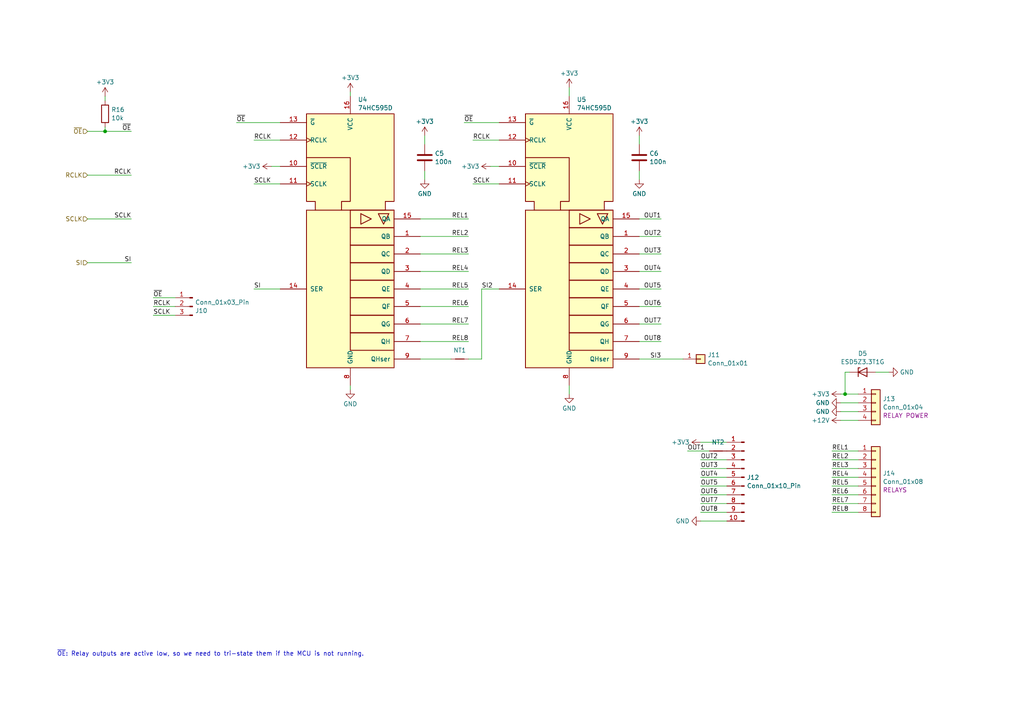
<source format=kicad_sch>
(kicad_sch (version 20230121) (generator eeschema)
  (paper "A4")
  (lib_symbols
    (symbol "74xx_IEEE:74LS595" (pin_names (offset 1.016))
      (property "Reference" "U" (at 17.78 20.32 0))
      (property "Value" "74LS595" (at 15.24 -48.26 0))
      (symbol "74LS595_0_0"
        (rectangle (start -12.7 2.54) (end 12.7 -43.18) (stroke (width 0.254)) (fill (type background)))
        (rectangle (start 0 -33.02) (end 12.7 -38.1) (stroke (width 0.254)) (fill (type background)))
        (rectangle (start 0 -27.94) (end 12.7 -33.02) (stroke (width 0.254)) (fill (type background)))
        (rectangle (start 0 -22.86) (end 12.7 -27.94) (stroke (width 0.254)) (fill (type background)))
        (rectangle (start 0 -17.78) (end 12.7 -22.86) (stroke (width 0.254)) (fill (type background)))
        (rectangle (start 0 -12.7) (end 12.7 -17.78) (stroke (width 0.254)) (fill (type background)))
        (rectangle (start 0 -7.62) (end 12.7 -12.7) (stroke (width 0.254)) (fill (type background)))
        (rectangle (start 0 -2.54) (end 12.7 -7.62) (stroke (width 0.254)) (fill (type background)))
        (polyline (pts (xy 3.048 1.524) (xy 3.048 -1.524) (xy 6.096 0) (xy 3.048 1.524) (xy 3.048 1.524)) (stroke (width 0.254)) (fill (type background)))
        (polyline (pts (xy 11.176 1.524) (xy 8.128 1.524) (xy 9.652 -1.524) (xy 11.176 1.524) (xy 11.176 1.524)) (stroke (width 0.254)) (fill (type background)))
        (polyline (pts (xy -12.7 17.78) (xy 0 17.78) (xy 0 5.08) (xy -2.54 5.08) (xy -2.54 2.54) (xy -2.54 2.54)) (stroke (width 0.254)) (fill (type background)))
        (polyline (pts (xy -10.16 2.54) (xy -10.16 5.08) (xy -12.7 5.08) (xy -12.7 30.48) (xy 12.7 30.48) (xy 12.7 5.08) (xy 10.16 5.08) (xy 10.16 2.54) (xy 10.16 2.54)) (stroke (width 0.254)) (fill (type background)))
        (rectangle (start 0 2.54) (end 12.7 -2.54) (stroke (width 0.254)) (fill (type background)))
      )
      (symbol "74LS595_0_1"
        (pin power_in line (at 0 -48.26 90) (length 5.08) (name "GND") (number "8"))
      )
      (symbol "74LS595_1_1"
        (pin tri_state line (at 20.32 -5.08 180) (length 7.62) (name "QB") (number "1"))
        (pin input line (at -20.32 15.24 0) (length 7.62) (name "~{SCLR}") (number "10"))
        (pin input clock (at -20.32 10.16 0) (length 7.62) (name "SCLK") (number "11"))
        (pin input clock (at -20.32 22.86 0) (length 7.62) (name "RCLK") (number "12"))
        (pin input line (at -20.32 27.94 0) (length 7.62) (name "~{G}") (number "13"))
        (pin input line (at -20.32 -20.32 0) (length 7.62) (name "SER") (number "14"))
        (pin tri_state line (at 20.32 0 180) (length 7.62) (name "QA") (number "15"))
        (pin power_in line (at 0 35.56 270) (length 5.08) (name "VCC") (number "16"))
        (pin tri_state line (at 20.32 -10.16 180) (length 7.62) (name "QC") (number "2"))
        (pin tri_state line (at 20.32 -15.24 180) (length 7.62) (name "QD") (number "3"))
        (pin tri_state line (at 20.32 -20.32 180) (length 7.62) (name "QE") (number "4"))
        (pin tri_state line (at 20.32 -25.4 180) (length 7.62) (name "QF") (number "5"))
        (pin tri_state line (at 20.32 -30.48 180) (length 7.62) (name "QG") (number "6"))
        (pin tri_state line (at 20.32 -35.56 180) (length 7.62) (name "QH") (number "7"))
        (pin output line (at 20.32 -40.64 180) (length 7.62) (name "QHser") (number "9"))
      )
    )
    (symbol "Connector:Conn_01x03_Pin" (pin_names (offset 1.016) hide)
      (property "Reference" "J" (at 0 5.08 0))
      (property "Value" "Conn_01x03_Pin" (at 0 -5.08 0))
      (symbol "Conn_01x03_Pin_1_1"
        (polyline (pts (xy 1.27 -2.54) (xy 0.8636 -2.54)) (stroke (width 0.1524)))
        (polyline (pts (xy 1.27 0) (xy 0.8636 0)) (stroke (width 0.1524)))
        (polyline (pts (xy 1.27 2.54) (xy 0.8636 2.54)) (stroke (width 0.1524)))
        (rectangle (start 0.8636 -2.413) (end 0 -2.667) (stroke (width 0.1524)) (fill (type outline)))
        (rectangle (start 0.8636 0.127) (end 0 -0.127) (stroke (width 0.1524)) (fill (type outline)))
        (rectangle (start 0.8636 2.667) (end 0 2.413) (stroke (width 0.1524)) (fill (type outline)))
        (pin passive line (at 5.08 2.54 180) (length 3.81) (name "Pin_1") (number "1"))
        (pin passive line (at 5.08 0 180) (length 3.81) (name "Pin_2") (number "2"))
        (pin passive line (at 5.08 -2.54 180) (length 3.81) (name "Pin_3") (number "3"))
      )
    )
    (symbol "Connector:Conn_01x10_Pin" (pin_names (offset 1.016) hide)
      (property "Reference" "J" (at 0 12.7 0))
      (property "Value" "Conn_01x10_Pin" (at 0 -15.24 0))
      (symbol "Conn_01x10_Pin_1_1"
        (polyline (pts (xy 1.27 -12.7) (xy 0.8636 -12.7)) (stroke (width 0.1524)))
        (polyline (pts (xy 1.27 -10.16) (xy 0.8636 -10.16)) (stroke (width 0.1524)))
        (polyline (pts (xy 1.27 -7.62) (xy 0.8636 -7.62)) (stroke (width 0.1524)))
        (polyline (pts (xy 1.27 -5.08) (xy 0.8636 -5.08)) (stroke (width 0.1524)))
        (polyline (pts (xy 1.27 -2.54) (xy 0.8636 -2.54)) (stroke (width 0.1524)))
        (polyline (pts (xy 1.27 0) (xy 0.8636 0)) (stroke (width 0.1524)))
        (polyline (pts (xy 1.27 2.54) (xy 0.8636 2.54)) (stroke (width 0.1524)))
        (polyline (pts (xy 1.27 5.08) (xy 0.8636 5.08)) (stroke (width 0.1524)))
        (polyline (pts (xy 1.27 7.62) (xy 0.8636 7.62)) (stroke (width 0.1524)))
        (polyline (pts (xy 1.27 10.16) (xy 0.8636 10.16)) (stroke (width 0.1524)))
        (rectangle (start 0.8636 -12.573) (end 0 -12.827) (stroke (width 0.1524)) (fill (type outline)))
        (rectangle (start 0.8636 -10.033) (end 0 -10.287) (stroke (width 0.1524)) (fill (type outline)))
        (rectangle (start 0.8636 -7.493) (end 0 -7.747) (stroke (width 0.1524)) (fill (type outline)))
        (rectangle (start 0.8636 -4.953) (end 0 -5.207) (stroke (width 0.1524)) (fill (type outline)))
        (rectangle (start 0.8636 -2.413) (end 0 -2.667) (stroke (width 0.1524)) (fill (type outline)))
        (rectangle (start 0.8636 0.127) (end 0 -0.127) (stroke (width 0.1524)) (fill (type outline)))
        (rectangle (start 0.8636 2.667) (end 0 2.413) (stroke (width 0.1524)) (fill (type outline)))
        (rectangle (start 0.8636 5.207) (end 0 4.953) (stroke (width 0.1524)) (fill (type outline)))
        (rectangle (start 0.8636 7.747) (end 0 7.493) (stroke (width 0.1524)) (fill (type outline)))
        (rectangle (start 0.8636 10.287) (end 0 10.033) (stroke (width 0.1524)) (fill (type outline)))
        (pin passive line (at 5.08 10.16 180) (length 3.81) (name "Pin_1") (number "1"))
        (pin passive line (at 5.08 -12.7 180) (length 3.81) (name "Pin_10") (number "10"))
        (pin passive line (at 5.08 7.62 180) (length 3.81) (name "Pin_2") (number "2"))
        (pin passive line (at 5.08 5.08 180) (length 3.81) (name "Pin_3") (number "3"))
        (pin passive line (at 5.08 2.54 180) (length 3.81) (name "Pin_4") (number "4"))
        (pin passive line (at 5.08 0 180) (length 3.81) (name "Pin_5") (number "5"))
        (pin passive line (at 5.08 -2.54 180) (length 3.81) (name "Pin_6") (number "6"))
        (pin passive line (at 5.08 -5.08 180) (length 3.81) (name "Pin_7") (number "7"))
        (pin passive line (at 5.08 -7.62 180) (length 3.81) (name "Pin_8") (number "8"))
        (pin passive line (at 5.08 -10.16 180) (length 3.81) (name "Pin_9") (number "9"))
      )
    )
    (symbol "Connector_Generic:Conn_01x01" (pin_names (offset 1.016) hide)
      (property "Reference" "J" (at 0 2.54 0))
      (property "Value" "Conn_01x01" (at 0 -2.54 0))
      (symbol "Conn_01x01_1_1"
        (rectangle (start -1.27 0.127) (end 0 -0.127) (stroke (width 0.1524)))
        (rectangle (start -1.27 1.27) (end 1.27 -1.27) (stroke (width 0.254)) (fill (type background)))
        (pin passive line (at -5.08 0 0) (length 3.81) (name "Pin_1") (number "1"))
      )
    )
    (symbol "Connector_Generic:Conn_01x04" (pin_names (offset 1.016) hide)
      (property "Reference" "J" (at 0 5.08 0))
      (property "Value" "Conn_01x04" (at 0 -7.62 0))
      (symbol "Conn_01x04_1_1"
        (rectangle (start -1.27 -4.953) (end 0 -5.207) (stroke (width 0.1524)))
        (rectangle (start -1.27 -2.413) (end 0 -2.667) (stroke (width 0.1524)))
        (rectangle (start -1.27 0.127) (end 0 -0.127) (stroke (width 0.1524)))
        (rectangle (start -1.27 2.667) (end 0 2.413) (stroke (width 0.1524)))
        (rectangle (start -1.27 3.81) (end 1.27 -6.35) (stroke (width 0.254)) (fill (type background)))
        (pin passive line (at -5.08 2.54 0) (length 3.81) (name "Pin_1") (number "1"))
        (pin passive line (at -5.08 0 0) (length 3.81) (name "Pin_2") (number "2"))
        (pin passive line (at -5.08 -2.54 0) (length 3.81) (name "Pin_3") (number "3"))
        (pin passive line (at -5.08 -5.08 0) (length 3.81) (name "Pin_4") (number "4"))
      )
    )
    (symbol "Connector_Generic:Conn_01x08" (pin_names (offset 1.016) hide)
      (property "Reference" "J" (at 0 10.16 0))
      (property "Value" "Conn_01x08" (at 0 -12.7 0))
      (symbol "Conn_01x08_1_1"
        (rectangle (start -1.27 -10.033) (end 0 -10.287) (stroke (width 0.1524)))
        (rectangle (start -1.27 -7.493) (end 0 -7.747) (stroke (width 0.1524)))
        (rectangle (start -1.27 -4.953) (end 0 -5.207) (stroke (width 0.1524)))
        (rectangle (start -1.27 -2.413) (end 0 -2.667) (stroke (width 0.1524)))
        (rectangle (start -1.27 0.127) (end 0 -0.127) (stroke (width 0.1524)))
        (rectangle (start -1.27 2.667) (end 0 2.413) (stroke (width 0.1524)))
        (rectangle (start -1.27 5.207) (end 0 4.953) (stroke (width 0.1524)))
        (rectangle (start -1.27 7.747) (end 0 7.493) (stroke (width 0.1524)))
        (rectangle (start -1.27 8.89) (end 1.27 -11.43) (stroke (width 0.254)) (fill (type background)))
        (pin passive line (at -5.08 7.62 0) (length 3.81) (name "Pin_1") (number "1"))
        (pin passive line (at -5.08 5.08 0) (length 3.81) (name "Pin_2") (number "2"))
        (pin passive line (at -5.08 2.54 0) (length 3.81) (name "Pin_3") (number "3"))
        (pin passive line (at -5.08 0 0) (length 3.81) (name "Pin_4") (number "4"))
        (pin passive line (at -5.08 -2.54 0) (length 3.81) (name "Pin_5") (number "5"))
        (pin passive line (at -5.08 -5.08 0) (length 3.81) (name "Pin_6") (number "6"))
        (pin passive line (at -5.08 -7.62 0) (length 3.81) (name "Pin_7") (number "7"))
        (pin passive line (at -5.08 -10.16 0) (length 3.81) (name "Pin_8") (number "8"))
      )
    )
    (symbol "Device:C" (pin_numbers hide) (pin_names (offset 0.254))
      (property "Reference" "C" (at 0.635 2.54 0))
      (property "Value" "C" (at 0.635 -2.54 0))
      (symbol "C_0_1"
        (polyline (pts (xy -2.032 -0.762) (xy 2.032 -0.762)) (stroke (width 0.508)))
        (polyline (pts (xy -2.032 0.762) (xy 2.032 0.762)) (stroke (width 0.508)))
      )
      (symbol "C_1_1"
        (pin passive line (at 0 3.81 270) (length 2.794) (name "~") (number "1"))
        (pin passive line (at 0 -3.81 90) (length 2.794) (name "~") (number "2"))
      )
    )
    (symbol "Device:NetTie_2" (pin_numbers hide) (pin_names (offset 0) hide) (in_bom no)
      (property "Reference" "NT" (at 0 1.27 0))
      (property "Value" "NetTie_2" (at 0 -1.27 0))
      (symbol "NetTie_2_0_1"
        (polyline (pts (xy -1.27 0) (xy 1.27 0)) (stroke (width 0.254)))
      )
      (symbol "NetTie_2_1_1"
        (pin passive line (at -2.54 0 0) (length 2.54) (name "1") (number "1"))
        (pin passive line (at 2.54 0 180) (length 2.54) (name "2") (number "2"))
      )
    )
    (symbol "Device:R" (pin_numbers hide) (pin_names (offset 0))
      (property "Reference" "R" (at 2.032 0 90))
      (property "Value" "R" (at 0 0 90))
      (symbol "R_0_1"
        (rectangle (start -1.016 -2.54) (end 1.016 2.54) (stroke (width 0.254)))
      )
      (symbol "R_1_1"
        (pin passive line (at 0 3.81 270) (length 1.27) (name "~") (number "1"))
        (pin passive line (at 0 -3.81 90) (length 1.27) (name "~") (number "2"))
      )
    )
    (symbol "Diode:ESD5Zxx" (pin_numbers hide) (pin_names hide)
      (property "Reference" "D" (at 0 2.54 0))
      (property "Value" "ESD5Zxx" (at 0 -2.54 0))
      (symbol "ESD5Zxx_0_1"
        (polyline (pts (xy 1.27 0) (xy -1.27 0)))
        (polyline (pts (xy -1.27 -1.27) (xy -1.27 1.27) (xy -0.762 1.27)) (stroke (width 0.254)))
        (polyline (pts (xy 1.27 -1.27) (xy 1.27 1.27) (xy -1.27 0) (xy 1.27 -1.27)) (stroke (width 0.254)))
      )
      (symbol "ESD5Zxx_1_1"
        (pin passive line (at -3.81 0 0) (length 2.54) (name "K") (number "1"))
        (pin passive line (at 3.81 0 180) (length 2.54) (name "A") (number "2"))
      )
    )
    (symbol "power:+12V" (power) (pin_names (offset 0))
      (property "Value" "+12V" (at 0 3.556 0))
      (symbol "+12V_0_1"
        (polyline (pts (xy -0.762 1.27) (xy 0 2.54)))
        (polyline (pts (xy 0 0) (xy 0 2.54)))
        (polyline (pts (xy 0 2.54) (xy 0.762 1.27)))
      )
      (symbol "+12V_1_1"
        (pin power_in line (at 0 0 90) (length 0) hide (name "+12V") (number "1"))
      )
    )
    (symbol "power:+3V3" (power) (pin_names (offset 0))
      (property "Value" "+3V3" (at 0 3.556 0))
      (symbol "+3V3_0_1"
        (polyline (pts (xy -0.762 1.27) (xy 0 2.54)))
        (polyline (pts (xy 0 0) (xy 0 2.54)))
        (polyline (pts (xy 0 2.54) (xy 0.762 1.27)))
      )
      (symbol "+3V3_1_1"
        (pin power_in line (at 0 0 90) (length 0) hide (name "+3V3") (number "1"))
      )
    )
    (symbol "power:GND" (power) (pin_names (offset 0))
      (property "Value" "GND" (at 0 -3.81 0))
      (symbol "GND_0_1"
        (polyline (pts (xy 0 0) (xy 0 -1.27) (xy 1.27 -1.27) (xy 0 -2.54) (xy -1.27 -1.27) (xy 0 -1.27)))
      )
      (symbol "GND_1_1"
        (pin power_in line (at 0 0 270) (length 0) hide (name "GND") (number "1"))
      )
    )
  )
  (junction (at 30.48 38.1))
  (junction (at 245.11 114.3))
  (wire (pts (xy 44.45 91.44) (xy 50.8 91.44)))
  (wire (pts (xy 203.2 128.27) (xy 210.82 128.27)))
  (wire (pts (xy 241.3 146.05) (xy 248.92 146.05)))
  (wire (pts (xy 185.42 99.06) (xy 191.77 99.06)))
  (wire (pts (xy 25.4 76.2) (xy 38.1 76.2)))
  (wire (pts (xy 123.19 49.53) (xy 123.19 52.07)))
  (wire (pts (xy 203.2 143.51) (xy 210.82 143.51)))
  (wire (pts (xy 101.6 111.76) (xy 101.6 113.03)))
  (wire (pts (xy 121.92 83.82) (xy 135.89 83.82)))
  (wire (pts (xy 30.48 36.83) (xy 30.48 38.1)))
  (wire (pts (xy 139.7 104.14) (xy 139.7 83.82)))
  (wire (pts (xy 165.1 25.4) (xy 165.1 27.94)))
  (wire (pts (xy 185.42 49.53) (xy 185.42 52.07)))
  (wire (pts (xy 73.66 40.64) (xy 81.28 40.64)))
  (wire (pts (xy 185.42 63.5) (xy 191.77 63.5)))
  (wire (pts (xy 25.4 38.1) (xy 30.48 38.1)))
  (wire (pts (xy 68.58 35.56) (xy 81.28 35.56)))
  (wire (pts (xy 241.3 133.35) (xy 248.92 133.35)))
  (wire (pts (xy 241.3 140.97) (xy 248.92 140.97)))
  (wire (pts (xy 121.92 63.5) (xy 135.89 63.5)))
  (wire (pts (xy 101.6 26.67) (xy 101.6 27.94)))
  (wire (pts (xy 243.84 114.3) (xy 245.11 114.3)))
  (wire (pts (xy 137.16 40.64) (xy 144.78 40.64)))
  (wire (pts (xy 121.92 78.74) (xy 135.89 78.74)))
  (wire (pts (xy 165.1 111.76) (xy 165.1 114.3)))
  (wire (pts (xy 241.3 148.59) (xy 248.92 148.59)))
  (wire (pts (xy 185.42 93.98) (xy 191.77 93.98)))
  (wire (pts (xy 121.92 99.06) (xy 135.89 99.06)))
  (wire (pts (xy 30.48 27.94) (xy 30.48 29.21)))
  (wire (pts (xy 243.84 121.92) (xy 248.92 121.92)))
  (wire (pts (xy 203.2 138.43) (xy 210.82 138.43)))
  (wire (pts (xy 241.3 143.51) (xy 248.92 143.51)))
  (wire (pts (xy 243.84 119.38) (xy 248.92 119.38)))
  (wire (pts (xy 185.42 83.82) (xy 191.77 83.82)))
  (wire (pts (xy 203.2 133.35) (xy 210.82 133.35)))
  (wire (pts (xy 139.7 83.82) (xy 144.78 83.82)))
  (wire (pts (xy 185.42 39.37) (xy 185.42 41.91)))
  (wire (pts (xy 185.42 78.74) (xy 191.77 78.74)))
  (wire (pts (xy 123.19 39.37) (xy 123.19 41.91)))
  (wire (pts (xy 254 107.95) (xy 257.81 107.95)))
  (wire (pts (xy 185.42 104.14) (xy 198.12 104.14)))
  (wire (pts (xy 241.3 135.89) (xy 248.92 135.89)))
  (wire (pts (xy 246.38 107.95) (xy 245.11 107.95)))
  (wire (pts (xy 137.16 53.34) (xy 144.78 53.34)))
  (wire (pts (xy 134.62 35.56) (xy 144.78 35.56)))
  (wire (pts (xy 241.3 138.43) (xy 248.92 138.43)))
  (wire (pts (xy 203.2 146.05) (xy 210.82 146.05)))
  (wire (pts (xy 30.48 38.1) (xy 38.1 38.1)))
  (wire (pts (xy 245.11 114.3) (xy 248.92 114.3)))
  (wire (pts (xy 135.89 104.14) (xy 139.7 104.14)))
  (wire (pts (xy 203.2 135.89) (xy 210.82 135.89)))
  (wire (pts (xy 121.92 68.58) (xy 135.89 68.58)))
  (wire (pts (xy 203.2 140.97) (xy 210.82 140.97)))
  (wire (pts (xy 203.2 148.59) (xy 210.82 148.59)))
  (wire (pts (xy 78.74 48.26) (xy 81.28 48.26)))
  (wire (pts (xy 185.42 73.66) (xy 191.77 73.66)))
  (wire (pts (xy 241.3 130.81) (xy 248.92 130.81)))
  (wire (pts (xy 121.92 104.14) (xy 130.81 104.14)))
  (wire (pts (xy 243.84 116.84) (xy 248.92 116.84)))
  (wire (pts (xy 121.92 73.66) (xy 135.89 73.66)))
  (wire (pts (xy 142.24 48.26) (xy 144.78 48.26)))
  (wire (pts (xy 73.66 53.34) (xy 81.28 53.34)))
  (wire (pts (xy 25.4 63.5) (xy 38.1 63.5)))
  (wire (pts (xy 25.4 50.8) (xy 38.1 50.8)))
  (wire (pts (xy 121.92 93.98) (xy 135.89 93.98)))
  (wire (pts (xy 199.39 130.81) (xy 205.74 130.81)))
  (wire (pts (xy 185.42 68.58) (xy 191.77 68.58)))
  (wire (pts (xy 121.92 88.9) (xy 135.89 88.9)))
  (wire (pts (xy 185.42 88.9) (xy 191.77 88.9)))
  (wire (pts (xy 44.45 86.36) (xy 50.8 86.36)))
  (wire (pts (xy 44.45 88.9) (xy 50.8 88.9)))
  (wire (pts (xy 73.66 83.82) (xy 81.28 83.82)))
  (wire (pts (xy 203.2 151.13) (xy 210.82 151.13)))
  (wire (pts (xy 245.11 107.95) (xy 245.11 114.3)))
  (text "~{OE}: Relay outputs are active low, so we need to tri-state them if the MCU is not running." (at 16.51 190.5 0) (effects (font (size 1.27 1.27)) (justify left bottom)))
  (label "REL1" (at 241.3 130.81 0))
  (label "REL3" (at 135.89 73.66 180))
  (label "OUT3" (at 191.77 73.66 180))
  (label "REL2" (at 241.3 133.35 0))
  (label "RCLK" (at 38.1 50.8 180))
  (label "OUT5" (at 203.2 140.97 0))
  (label "SCLK" (at 137.16 53.34 0))
  (label "OUT1" (at 199.39 130.81 0))
  (label "REL8" (at 241.3 148.59 0))
  (label "REL4" (at 135.89 78.74 180))
  (label "SI2" (at 139.7 83.82 0))
  (label "OUT1" (at 191.77 63.5 180))
  (label "OUT8" (at 203.2 148.59 0))
  (label "OUT7" (at 203.2 146.05 0))
  (label "SI3" (at 191.77 104.14 180))
  (label "REL5" (at 135.89 83.82 180))
  (label "OUT3" (at 203.2 135.89 0))
  (label "REL3" (at 241.3 135.89 0))
  (label "OUT6" (at 203.2 143.51 0))
  (label "REL7" (at 135.89 93.98 180))
  (label "RCLK" (at 73.66 40.64 0))
  (label "SI" (at 38.1 76.2 180))
  (label "OUT8" (at 191.77 99.06 180))
  (label "REL2" (at 135.89 68.58 180))
  (label "SCLK" (at 38.1 63.5 180))
  (label "OUT6" (at 191.77 88.9 180))
  (label "~{OE}" (at 38.1 38.1 180))
  (label "SCLK" (at 73.66 53.34 0))
  (label "OUT2" (at 191.77 68.58 180))
  (label "OUT2" (at 203.2 133.35 0))
  (label "~{OE}" (at 68.58 35.56 0))
  (label "OUT4" (at 191.77 78.74 180))
  (label "REL8" (at 135.89 99.06 180))
  (label "~{OE}" (at 44.45 86.36 0))
  (label "OUT5" (at 191.77 83.82 180))
  (label "REL6" (at 241.3 143.51 0))
  (label "SI" (at 73.66 83.82 0))
  (label "REL5" (at 241.3 140.97 0))
  (label "SCLK" (at 44.45 91.44 0))
  (label "OUT4" (at 203.2 138.43 0))
  (label "OUT7" (at 191.77 93.98 180))
  (label "RCLK" (at 137.16 40.64 0))
  (label "REL6" (at 135.89 88.9 180))
  (label "REL4" (at 241.3 138.43 0))
  (label "REL7" (at 241.3 146.05 0))
  (label "~{OE}" (at 134.62 35.56 0))
  (label "RCLK" (at 44.45 88.9 0))
  (label "REL1" (at 135.89 63.5 180))
  (hierarchical_label "RCLK" (shape input) (at 25.4 50.8 180))
  (hierarchical_label "~{OE}" (shape input) (at 25.4 38.1 180))
  (hierarchical_label "SCLK" (shape input) (at 25.4 63.5 180))
  (hierarchical_label "SI" (shape input) (at 25.4 76.2 180))
  (symbol (lib_id "power:GND") (at 243.84 116.84 270) (unit 1)
    (property "Reference" "#PWR048" (effects hide))
    (property "Value" "GND" (at 240.6651 116.84 90) (effects (justify right)))
  )
  (symbol (lib_id "Connector:Conn_01x10_Pin") (at 215.9 138.43 0) (mirror y) (unit 1)
    (property "Reference" "J12" (at 216.6112 138.4879 0) (effects (justify right)))
    (property "Value" "Conn_01x10_Pin" (at 216.6112 140.9121 0) (effects (justify right)))
    (property "Footprint" "Connector_PinHeader_2.54mm:PinHeader_1x10_P2.54mm_Vertical" (effects hide))
  )
  (symbol (lib_id "Connector_Generic:Conn_01x08") (at 254 138.43 0) (unit 1)
    (property "Reference" "J14" (at 256.032 137.2758 0) (effects (justify left)))
    (property "Value" "Conn_01x08" (at 256.032 139.7 0) (effects (justify left)))
    (property "Footprint" "Connector_Molex:Molex_KK-254_AE-6410-08A_1x08_P2.54mm_Vertical" (effects hide))
    (property "Label" "RELAYS" (at 256.032 142.1242 0) (effects (justify left)))
  )
  (symbol (lib_id "power:GND") (at 185.42 52.07 0) (unit 1)
    (property "Reference" "#PWR044" (effects hide))
    (property "Value" "GND" (at 185.42 56.2031 0))
  )
  (symbol (lib_id "Connector_Generic:Conn_01x04") (at 254 116.84 0) (unit 1)
    (property "Reference" "J13" (at 256.032 115.6858 0) (effects (justify left)))
    (property "Value" "Conn_01x04" (at 256.032 118.11 0) (effects (justify left)))
    (property "Footprint" "Connector_Molex:Molex_KK-254_AE-6410-04A_1x04_P2.54mm_Vertical" (effects hide))
    (property "Label" "RELAY POWER" (at 256.032 120.5342 0) (effects (justify left)))
  )
  (symbol (lib_id "power:+3V3") (at 78.74 48.26 90) (unit 1)
    (property "Reference" "#PWR035" (effects hide))
    (property "Value" "+3V3" (at 75.565 48.26 90) (effects (justify left)))
  )
  (symbol (lib_id "Device:R") (at 30.48 33.02 0) (unit 1)
    (property "Reference" "R16" (at 32.258 31.8079 0) (effects (justify left)))
    (property "Value" "10k" (at 32.258 34.2321 0) (effects (justify left)))
    (property "Footprint" "Resistor_SMD:R_1206_3216Metric_Pad1.30x1.75mm_HandSolder" (effects hide))
  )
  (symbol (lib_id "power:+3V3") (at 101.6 26.67 0) (unit 1)
    (property "Reference" "#PWR036" (effects hide))
    (property "Value" "+3V3" (at 101.6 22.5369 0))
  )
  (symbol (lib_id "power:GND") (at 257.81 107.95 90) (unit 1)
    (property "Reference" "#PWR051" (effects hide))
    (property "Value" "GND" (at 260.985 107.95 90) (effects (justify right)))
  )
  (symbol (lib_id "Diode:ESD5Zxx") (at 250.19 107.95 0) (unit 1)
    (property "Reference" "D5" (at 250.19 102.5357 0))
    (property "Value" "ESD5Z3.3T1G" (at 250.19 104.9599 0))
    (property "Footprint" "Diode_SMD:D_SOD-523" (effects hide))
    (property "Datasheet" "https://www.onsemi.com/pdf/datasheet/esd5z2.5t1-d.pdf" (effects hide))
  )
  (symbol (lib_id "Connector:Conn_01x03_Pin") (at 55.88 88.9 0) (mirror y) (unit 1)
    (property "Reference" "J10" (at 56.5912 90.1121 0) (effects (justify right)))
    (property "Value" "Conn_01x03_Pin" (at 56.5912 87.6879 0) (effects (justify right)))
    (property "Footprint" "Connector_PinHeader_2.54mm:PinHeader_1x03_P2.54mm_Vertical" (effects hide))
  )
  (symbol (lib_id "power:+3V3") (at 203.2 128.27 90) (unit 1)
    (property "Reference" "#PWR045" (effects hide))
    (property "Value" "+3V3" (at 200.025 128.27 90) (effects (justify left)))
  )
  (symbol (lib_id "power:+3V3") (at 165.1 25.4 0) (unit 1)
    (property "Reference" "#PWR041" (effects hide))
    (property "Value" "+3V3" (at 165.1 21.2669 0))
  )
  (symbol (lib_id "power:+3V3") (at 30.48 27.94 0) (unit 1)
    (property "Reference" "#PWR034" (effects hide))
    (property "Value" "+3V3" (at 30.48 23.8069 0))
  )
  (symbol (lib_id "power:GND") (at 101.6 113.03 0) (unit 1)
    (property "Reference" "#PWR037" (effects hide))
    (property "Value" "GND" (at 101.6 117.1631 0))
  )
  (symbol (lib_id "power:+3V3") (at 123.19 39.37 0) (unit 1)
    (property "Reference" "#PWR038" (effects hide))
    (property "Value" "+3V3" (at 123.19 35.2369 0))
  )
  (symbol (lib_id "power:+12V") (at 243.84 121.92 90) (unit 1)
    (property "Reference" "#PWR050" (effects hide))
    (property "Value" "+12V" (at 240.665 121.92 90) (effects (justify left)))
  )
  (symbol (lib_id "Device:C") (at 185.42 45.72 0) (unit 1)
    (property "Reference" "C6" (at 188.341 44.5079 0) (effects (justify left)))
    (property "Value" "100n" (at 188.341 46.9321 0) (effects (justify left)))
    (property "Footprint" "Capacitor_SMD:C_1206_3216Metric_Pad1.33x1.80mm_HandSolder" (effects hide))
  )
  (symbol (lib_id "power:GND") (at 243.84 119.38 270) (unit 1)
    (property "Reference" "#PWR049" (effects hide))
    (property "Value" "GND" (at 240.6651 119.38 90) (effects (justify right)))
  )
  (symbol (lib_id "Device:C") (at 123.19 45.72 0) (unit 1)
    (property "Reference" "C5" (at 126.111 44.5079 0) (effects (justify left)))
    (property "Value" "100n" (at 126.111 46.9321 0) (effects (justify left)))
    (property "Footprint" "Capacitor_SMD:C_1206_3216Metric_Pad1.33x1.80mm_HandSolder" (effects hide))
  )
  (symbol (lib_id "Device:NetTie_2") (at 133.35 104.14 0) (unit 1) (in_bom no)
    (property "Reference" "NT1" (at 133.35 101.6 0))
    (property "Value" "NetTie_2" (effects hide))
    (property "Footprint" "Resistor_SMD:R_1206_3216Metric_Pad1.30x1.75mm_HandSolder" (effects hide))
  )
  (symbol (lib_id "74xx_IEEE:74LS595") (at 101.6 63.5 0) (unit 1)
    (property "Reference" "U4" (at 103.7941 28.8757 0) (effects (justify left)))
    (property "Value" "74HC595D" (at 103.7941 31.2999 0) (effects (justify left)))
    (property "Footprint" "Package_SO:SO-16_3.9x9.9mm_P1.27mm" (effects hide))
  )
  (symbol (lib_id "Connector_Generic:Conn_01x01") (at 203.2 104.14 0) (unit 1)
    (property "Reference" "J11" (at 205.232 102.9279 0) (effects (justify left)))
    (property "Value" "Conn_01x01" (at 205.232 105.3521 0) (effects (justify left)))
    (property "Footprint" "Connector_PinHeader_2.54mm:PinHeader_1x01_P2.54mm_Vertical" (effects hide))
  )
  (symbol (lib_id "power:GND") (at 203.2 151.13 270) (unit 1)
    (property "Reference" "#PWR046" (effects hide))
    (property "Value" "GND" (at 200.0251 151.13 90) (effects (justify right)))
  )
  (symbol (lib_id "power:+3V3") (at 243.84 114.3 90) (unit 1)
    (property "Reference" "#PWR047" (effects hide))
    (property "Value" "+3V3" (at 240.665 114.3 90) (effects (justify left)))
  )
  (symbol (lib_id "power:GND") (at 123.19 52.07 0) (unit 1)
    (property "Reference" "#PWR039" (effects hide))
    (property "Value" "GND" (at 123.19 56.2031 0))
  )
  (symbol (lib_id "power:+3V3") (at 185.42 39.37 0) (unit 1)
    (property "Reference" "#PWR043" (effects hide))
    (property "Value" "+3V3" (at 185.42 35.2369 0))
  )
  (symbol (lib_id "power:GND") (at 165.1 114.3 0) (unit 1)
    (property "Reference" "#PWR042" (effects hide))
    (property "Value" "GND" (at 165.1 118.4331 0))
  )
  (symbol (lib_id "power:+3V3") (at 142.24 48.26 90) (unit 1)
    (property "Reference" "#PWR040" (effects hide))
    (property "Value" "+3V3" (at 139.065 48.26 90) (effects (justify left)))
  )
  (symbol (lib_id "74xx_IEEE:74LS595") (at 165.1 63.5 0) (unit 1)
    (property "Reference" "U5" (at 167.2941 28.8757 0) (effects (justify left)))
    (property "Value" "74HC595D" (at 167.2941 31.2999 0) (effects (justify left)))
    (property "Footprint" "Package_SO:SO-16_3.9x9.9mm_P1.27mm" (effects hide))
  )
  (symbol (lib_id "Device:NetTie_2") (at 208.28 130.81 0) (unit 1) (in_bom no)
    (property "Reference" "NT2" (at 208.28 128.27 0))
    (property "Value" "NetTie_2" (effects hide))
    (property "Footprint" "Resistor_SMD:R_1206_3216Metric_Pad1.30x1.75mm_HandSolder" (effects hide))
  )
)
</source>
